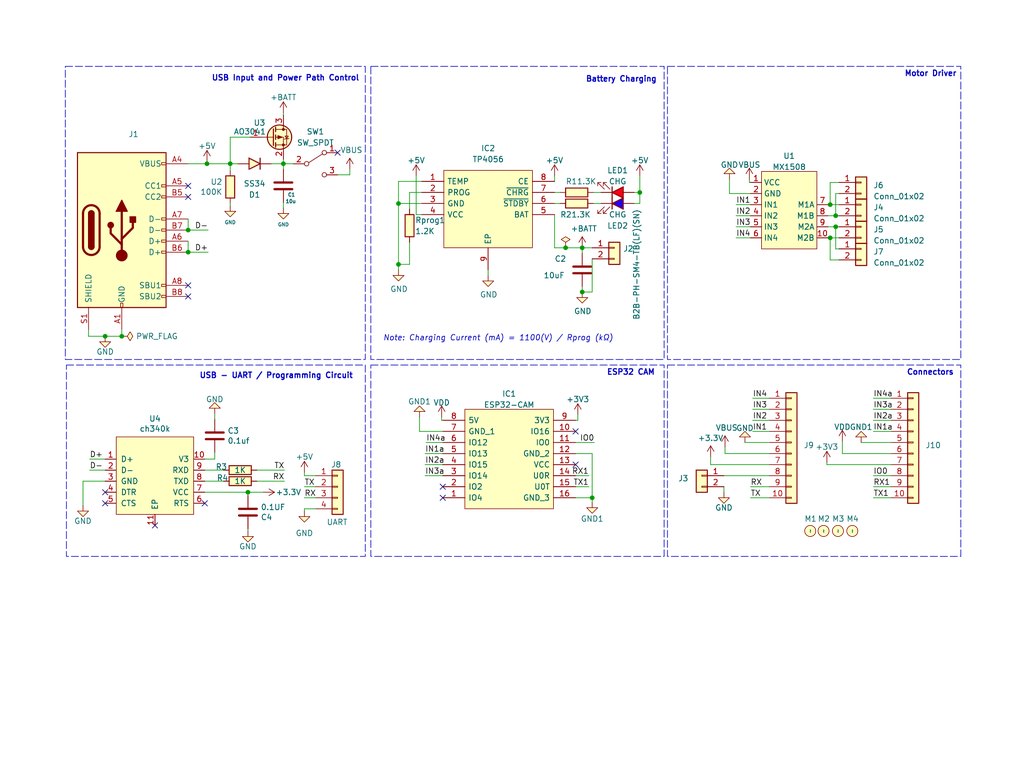
<source format=kicad_sch>
(kicad_sch (version 20231120) (generator "eeschema") (generator_version "8.0")
  (paper "User" 235 175)
  (title_block (title "FOV Rover") (company "Jobit Joseph") (comment 1 "Semicon Media Pvt Ltd"))
  (lib_symbols
    (symbol "Connector_Generic:Conn_01x02" (pin_names (offset 1.016) hide)
      (property "Reference" "J" (at 0 2.54 0))
      (property "Value" "Conn_01x02" (at 0 -5.08 0))
      (symbol "Conn_01x02_1_1"
        (pin passive line (at -5.08 0 0) (length 3.81) (name "Pin_1") (number "1"))
        (pin passive line (at -5.08 -2.54 0) (length 3.81) (name "Pin_2") (number "2"))
      )
    )
    (symbol "Connector_Generic:Conn_01x04" (pin_names (offset 1.016) hide)
      (property "Reference" "J" (at 0 5.08 0))
      (property "Value" "Conn_01x04" (at 0 -7.62 0))
      (symbol "Conn_01x04_1_1"
        (pin passive line (at -5.08 2.54 0) (length 3.81) (name "Pin_1") (number "1"))
        (pin passive line (at -5.08 0 0) (length 3.81) (name "Pin_2") (number "2"))
        (pin passive line (at -5.08 -2.54 0) (length 3.81) (name "Pin_3") (number "3"))
        (pin passive line (at -5.08 -5.08 0) (length 3.81) (name "Pin_4") (number "4"))
      )
    )
    (symbol "Connector_Generic:Conn_01x10" (pin_names (offset 1.016) hide)
      (property "Reference" "J" (at 0 12.7 0))
      (property "Value" "Conn_01x10" (at 0 -15.24 0))
      (symbol "Conn_01x10_1_1"
        (pin passive line (at -5.08 10.16 0) (length 3.81) (name "Pin_1") (number "1"))
        (pin passive line (at -5.08 -12.7 0) (length 3.81) (name "Pin_10") (number "10"))
        (pin passive line (at -5.08 7.62 0) (length 3.81) (name "Pin_2") (number "2"))
        (pin passive line (at -5.08 5.08 0) (length 3.81) (name "Pin_3") (number "3"))
        (pin passive line (at -5.08 2.54 0) (length 3.81) (name "Pin_4") (number "4"))
        (pin passive line (at -5.08 0 0) (length 3.81) (name "Pin_5") (number "5"))
        (pin passive line (at -5.08 -2.54 0) (length 3.81) (name "Pin_6") (number "6"))
        (pin passive line (at -5.08 -5.08 0) (length 3.81) (name "Pin_7") (number "7"))
        (pin passive line (at -5.08 -7.62 0) (length 3.81) (name "Pin_8") (number "8"))
        (pin passive line (at -5.08 -10.16 0) (length 3.81) (name "Pin_9") (number "9"))
      )
    )
    (symbol "Device:C" (pin_numbers hide) (pin_names (offset 0.254))
      (property "Reference" "C" (at 0.635 2.54 0))
      (property "Value" "C" (at 0.635 -2.54 0))
      (symbol "C_1_1"
        (pin passive line (at 0 3.81 270) (length 2.794) (name "~") (number "1"))
        (pin passive line (at 0 -3.81 90) (length 2.794) (name "~") (number "2"))
      )
    )
    (symbol "Device:LED" (pin_numbers hide) (pin_names (offset 1.016) hide)
      (property "Reference" "LED2" (at 0 -5.08 0))
      (property "Value" "CHG" (at 0 -2.54 0))
      (symbol "LED_1_1"
        (pin passive line (at -3.81 0 0) (length 2.54) (name "K") (number "1"))
        (pin passive line (at 3.81 0 180) (length 2.54) (name "A") (number "2"))
      )
    )
    (symbol "Device:R" (pin_numbers hide) (pin_names (offset 0))
      (property "Reference" "R2" (at -2.54 -3.81 90))
      (property "Value" "1.3K" (at -2.54 -1.27 90))
      (symbol "R_1_1"
        (pin passive line (at 0 3.81 270) (length 1.27) (name "~") (number "1"))
        (pin passive line (at 0 -3.81 90) (length 1.27) (name "~") (number "2"))
      )
    )
    (symbol "Diode:US1A" (pin_numbers hide) (pin_names (offset 1.016) hide)
      (property "Reference" "D1" (at 0 -7.112 0))
      (property "Value" "SS34" (at 0 -4.572 0))
      (symbol "US1A_1_1"
        (pin passive line (at -3.81 0 0) (length 2.54) (name "K") (number "1"))
        (pin passive line (at 3.81 0 180) (length 2.54) (name "A") (number "2"))
      )
    )
    (symbol "ESP32-CAM:ESP32-CAM" (pin_names (offset 0.762))
      (property "Reference" "IC1" (at 15.24 6.096 0))
      (property "Value" "ESP32-CAM" (at 15.24 3.556 0))
      (symbol "ESP32-CAM_0_0"
        (pin passive line (at 0 -17.78 0) (length 5.08) (name "IO4") (number "1"))
        (pin passive line (at 30.48 -2.54 180) (length 5.08) (name "IO16") (number "10"))
        (pin passive line (at 30.48 -5.08 180) (length 5.08) (name "IO0") (number "11"))
        (pin passive line (at 30.48 -7.62 180) (length 5.08) (name "GND_2") (number "12"))
        (pin passive line (at 30.48 -10.16 180) (length 5.08) (name "VCC") (number "13"))
        (pin passive line (at 30.48 -12.7 180) (length 5.08) (name "U0R") (number "14"))
        (pin passive line (at 30.48 -15.24 180) (length 5.08) (name "U0T") (number "15"))
        (pin passive line (at 30.48 -17.78 180) (length 5.08) (name "GND_3") (number "16"))
        (pin passive line (at 0 -15.24 0) (length 5.08) (name "IO2") (number "2"))
        (pin passive line (at 0 -12.7 0) (length 5.08) (name "IO14") (number "3"))
        (pin passive line (at 0 -10.16 0) (length 5.08) (name "IO15") (number "4"))
        (pin passive line (at 0 -7.62 0) (length 5.08) (name "IO13") (number "5"))
        (pin passive line (at 0 -5.08 0) (length 5.08) (name "IO12") (number "6"))
        (pin passive line (at 0 -2.54 0) (length 5.08) (name "GND_1") (number "7"))
        (pin passive line (at 0 0 0) (length 5.08) (name "5V") (number "8"))
        (pin passive line (at 30.48 0 180) (length 5.08) (name "3V3") (number "9"))
      )
    )
    (symbol "ESP32_TouchDown:DMG3415U-7" (pin_names (offset 0) hide)
      (property "Reference" "U3" (at -4.318 3.302 0))
      (property "Value" "AO3041" (at -8.89 1.27 0))
      (symbol "DMG3415U-7_1_1"
        (pin input line (at -5.08 0 0) (length 2.54) (name "G") (number "1"))
        (pin passive line (at 2.54 -5.08 90) (length 2.54) (name "S") (number "2"))
        (pin passive line (at 2.54 5.08 270) (length 2.54) (name "D") (number "3"))
      )
    )
    (symbol "GND1_1" (power) (pin_names (offset 0))
      (property "Value" "GND1" (at 0 -3.556 0))
      (symbol "GND1_1_1_1"
        (pin power_in line (at 0 0 270) (length 0) hide (name "GND1") (number "1"))
      )
    )
    (symbol "GND1_2" (power) (pin_names (offset 0))
      (property "Value" "GND1" (at 0 -3.81 0))
      (symbol "GND1_2_1_1"
        (pin power_in line (at 0 0 270) (length 0) hide (name "GND1") (number "1"))
      )
    )
    (symbol "GND_1" (power) (pin_names (offset 0))
      (property "Value" "GND" (at 0 -3.302 0))
      (symbol "GND_1_1_1"
        (pin power_in line (at 0 0 270) (length 0) hide (name "GND") (number "1"))
      )
    )
    (symbol "GND_10" (power) (pin_names (offset 0))
      (property "Value" "GND" (at 0.127 -4.3942 0))
      (symbol "GND_10_1_1"
        (pin power_in line (at 0 0 270) (length 0) hide (name "GND") (number "1"))
      )
    )
    (symbol "GND_11" (power) (pin_names (offset 0))
      (property "Value" "GND" (at 0 -3.81 0))
      (symbol "GND_11_1_1"
        (pin power_in line (at 0 0 270) (length 0) hide (name "GND") (number "1"))
      )
    )
    (symbol "GND_12" (power) (pin_names (offset 0))
      (property "Value" "GND" (at 0 -3.81 0))
      (symbol "GND_12_1_1"
        (pin power_in line (at 0 0 270) (length 0) hide (name "GND") (number "1"))
      )
    )
    (symbol "GND_2" (power) (pin_names (offset 0))
      (property "Value" "GND" (at 0 -3.556 0))
      (symbol "GND_2_1_1"
        (pin power_in line (at 0 0 270) (length 0) hide (name "GND") (number "1"))
      )
    )
    (symbol "GND_3" (power) (pin_names (offset 0))
      (property "Value" "GND" (at 0 -5.08 0))
      (symbol "GND_3_1_1"
        (pin power_in line (at 0 0 270) (length 0) hide (name "GND") (number "1"))
      )
    )
    (symbol "GND_4" (power) (pin_names (offset 0))
      (property "Value" "GND" (at 0.127 -3.2512 90))
      (symbol "GND_4_1_1"
        (pin power_in line (at 0 0 270) (length 0) hide (name "GND") (number "1"))
      )
    )
    (symbol "GND_5" (power) (pin_names (offset 0))
      (property "Value" "GND" (at 2.032 -3.556 0))
      (symbol "GND_5_1_1"
        (pin power_in line (at 0 0 270) (length 0) hide (name "GND") (number "1"))
      )
    )
    (symbol "GND_6" (power) (pin_names (offset 0))
      (property "Value" "GND" (at 0.127 -4.3942 0))
      (symbol "GND_6_1_1"
        (pin power_in line (at 0 0 270) (length 0) hide (name "GND") (number "1"))
      )
    )
    (symbol "GND_7" (power) (pin_names (offset 0))
      (property "Value" "GND" (at 0 -3.302 0))
      (symbol "GND_7_1_1"
        (pin power_in line (at 0 0 270) (length 0) hide (name "GND") (number "1"))
      )
    )
    (symbol "GND_8" (power) (pin_names (offset 0))
      (property "Value" "GND" (at 0.127 -4.3942 0))
      (symbol "GND_8_1_1"
        (pin power_in line (at 0 0 270) (length 0) hide (name "GND") (number "1"))
      )
    )
    (symbol "GND_9" (power) (pin_names (offset 0))
      (property "Value" "GND" (at 0.127 -4.3942 0))
      (symbol "GND_9_1_1"
        (pin power_in line (at 0 0 270) (length 0) hide (name "GND") (number "1"))
      )
    )
    (symbol "LED_1" (pin_numbers hide) (pin_names (offset 1.016) hide)
      (property "Reference" "LED1" (at 0 -5.08 0))
      (property "Value" "CHG" (at 0 -2.54 0))
      (symbol "LED_1_1_1"
        (pin passive line (at -3.81 0 0) (length 2.54) (name "K") (number "1"))
        (pin passive line (at 3.81 0 180) (length 2.54) (name "A") (number "2"))
      )
    )
    (symbol "MX1508_Module:MX1508"
      (property "Reference" "U1" (at 6.35 3.556 0))
      (property "Value" "MX1508" (at 6.35 1.016 0))
      (symbol "MX1508_1_1"
        (pin power_in line (at -2.54 -2.54 0) (length 2.54) (name "VCC") (number "1"))
        (pin output line (at 15.24 -15.24 180) (length 2.54) (name "M2B") (number "10"))
        (pin power_in line (at -2.54 -5.08 0) (length 2.54) (name "GND") (number "2"))
        (pin input line (at -2.54 -7.62 0) (length 2.54) (name "IN1") (number "3"))
        (pin input line (at -2.54 -10.16 0) (length 2.54) (name "IN2") (number "4"))
        (pin input line (at -2.54 -12.7 0) (length 2.54) (name "IN3") (number "5"))
        (pin input line (at -2.54 -15.24 0) (length 2.54) (name "IN4") (number "6"))
        (pin output line (at 15.24 -7.62 180) (length 2.54) (name "M1A") (number "7"))
        (pin output line (at 15.24 -10.16 180) (length 2.54) (name "M1B") (number "8"))
        (pin output line (at 15.24 -12.7 180) (length 2.54) (name "M2A") (number "9"))
      )
    )
    (symbol "N20:N20"
      (property "Reference" "M4" (at 2.794 -1.524 90))
      (property "Value" "~" (at 0 0 0))
    )
    (symbol "N20_1"
      (property "Reference" "M1" (at 2.794 -1.524 90))
      (property "Value" "~" (at 0 0 0))
    )
    (symbol "N20_2"
      (property "Reference" "M2" (at 2.794 -1.524 90))
      (property "Value" "~" (at 0 0 0))
    )
    (symbol "N20_3"
      (property "Reference" "M3" (at 2.794 -1.524 90))
      (property "Value" "~" (at 0 0 0))
    )
    (symbol "PWR_FLAG_1" (power) (pin_numbers hide) (pin_names (offset 0) hide)
      (property "Value" "PWR_FLAG" (at 0 5.08 0))
      (symbol "PWR_FLAG_1_0_0"
        (pin power_out line (at 0 0 90) (length 0) (name "pwr") (number "1"))
      )
    )
    (symbol "R_1" (pin_numbers hide) (pin_names (offset 0))
      (property "Reference" "U2" (at 1.778 1.1684 0))
      (property "Value" "100K" (at 1.778 -1.143 0))
      (symbol "R_1_1_1"
        (pin passive line (at 0 3.81 270) (length 1.27) (name "~") (number "1"))
        (pin passive line (at 0 -3.81 90) (length 1.27) (name "~") (number "2"))
      )
    )
    (symbol "R_2" (pin_numbers hide) (pin_names (offset 0))
      (property "Reference" "R3" (at -0.762 -4.318 90))
      (property "Value" "1K" (at 0 0 90))
      (symbol "R_2_1_1"
        (pin passive line (at 0 3.81 270) (length 1.27) (name "~") (number "1"))
        (pin passive line (at 0 -3.81 90) (length 1.27) (name "~") (number "2"))
      )
    )
    (symbol "R_3" (pin_numbers hide) (pin_names (offset 0))
      (property "Reference" "R4" (at -0.762 -4.064 90))
      (property "Value" "1K" (at 0 0 90))
      (symbol "R_3_1_1"
        (pin passive line (at 0 3.81 270) (length 1.27) (name "~") (number "1"))
        (pin passive line (at 0 -3.81 90) (length 1.27) (name "~") (number "2"))
      )
    )
    (symbol "R_4" (pin_numbers hide) (pin_names (offset 0))
      (property "Reference" "Rprog1" (at 1.27 1.27 0))
      (property "Value" "1.2K" (at 1.27 -1.27 0))
      (symbol "R_4_1_1"
        (pin passive line (at 0 3.81 270) (length 1.27) (name "~") (number "1"))
        (pin passive line (at 0 -3.81 90) (length 1.27) (name "~") (number "2"))
      )
    )
    (symbol "R_5" (pin_numbers hide) (pin_names (offset 0))
      (property "Reference" "R1" (at -2.54 -2.54 90))
      (property "Value" "1.3K" (at -2.54 0 90))
      (symbol "R_5_1_1"
        (pin passive line (at 0 3.81 270) (length 1.27) (name "~") (number "1"))
        (pin passive line (at 0 -3.81 90) (length 1.27) (name "~") (number "2"))
      )
    )
    (symbol "Slide_Switch:SW_SPDT_12mm_3A" (pin_names (offset 0) hide)
      (property "Reference" "SW" (at 0 4.318 0))
      (property "Value" "SW_SPDT" (at 0 -5.08 0))
      (symbol "SW_SPDT_12mm_3A_1_1"
        (pin passive line (at 5.08 2.54 180) (length 2.54) (name "A") (number "1"))
        (pin passive line (at -5.08 0 0) (length 2.54) (name "B") (number "2"))
        (pin passive line (at 5.08 -2.54 180) (length 2.54) (name "C") (number "3"))
      )
    )
    (symbol "TP4056-42-ESOP8:TP4056-42-ESOP8" (pin_names (offset 0.762))
      (property "Reference" "IC?" (at 15.24 7.62 0))
      (property "Value" "TP4056" (at 15.24 5.08 0))
      (symbol "TP4056-42-ESOP8_0_0"
        (pin passive line (at 0 0 0) (length 5.08) (name "TEMP") (number "1"))
        (pin passive line (at 0 -2.54 0) (length 5.08) (name "PROG") (number "2"))
        (pin passive line (at 0 -5.08 0) (length 5.08) (name "GND") (number "3"))
        (pin passive line (at 0 -7.62 0) (length 5.08) (name "VCC") (number "4"))
        (pin passive line (at 30.48 -7.62 180) (length 5.08) (name "BAT") (number "5"))
        (pin passive line (at 30.48 -5.08 180) (length 5.08) (name "~{STDBY}") (number "6"))
        (pin passive line (at 30.48 -2.54 180) (length 5.08) (name "~{CHRG}") (number "7"))
        (pin passive line (at 30.48 0 180) (length 5.08) (name "CE") (number "8"))
        (pin passive line (at 15.24 -20.32 90) (length 5.08) (name "EP") (number "9"))
      )
    )
    (symbol "downloader-rescue:USB_C_Receptacle_USB2.0-Connector" (pin_names (offset 1.016))
      (property "Reference" "J" (at -10.16 19.05 0))
      (property "Value" "USB_C_Receptacle_USB2.0-Connector" (at 19.05 19.05 0))
      (symbol "USB_C_Receptacle_USB2.0-Connector_1_1"
        (pin power_in line (at 0 -22.86 90) (length 5.08) (name "GND") (number "A1"))
        (pin passive line (at 0 -22.86 90) (length 5.08) hide (name "GND") (number "A12"))
        (pin power_in line (at 15.24 15.24 180) (length 5.08) (name "VBUS") (number "A4"))
        (pin bidirectional line (at 15.24 10.16 180) (length 5.08) (name "CC1") (number "A5"))
        (pin bidirectional line (at 15.24 -2.54 180) (length 5.08) (name "D+") (number "A6"))
        (pin bidirectional line (at 15.24 2.54 180) (length 5.08) (name "D-") (number "A7"))
        (pin bidirectional line (at 15.24 -12.7 180) (length 5.08) (name "SBU1") (number "A8"))
        (pin passive line (at 15.24 15.24 180) (length 5.08) hide (name "VBUS") (number "A9"))
        (pin passive line (at 0 -22.86 90) (length 5.08) hide (name "GND") (number "B1"))
        (pin passive line (at 0 -22.86 90) (length 5.08) hide (name "GND") (number "B12"))
        (pin passive line (at 15.24 15.24 180) (length 5.08) hide (name "VBUS") (number "B4"))
        (pin bidirectional line (at 15.24 7.62 180) (length 5.08) (name "CC2") (number "B5"))
        (pin bidirectional line (at 15.24 -5.08 180) (length 5.08) (name "D+") (number "B6"))
        (pin bidirectional line (at 15.24 0 180) (length 5.08) (name "D-") (number "B7"))
        (pin bidirectional line (at 15.24 -15.24 180) (length 5.08) (name "SBU2") (number "B8"))
        (pin passive line (at 15.24 15.24 180) (length 5.08) hide (name "VBUS") (number "B9"))
        (pin passive line (at -7.62 -22.86 90) (length 5.08) (name "SHIELD") (number "S1"))
      )
    )
    (symbol "downloader-rescue:ch340k-my" (pin_names (offset 1.016))
      (property "Reference" "U4" (at 0 13.081 0))
      (property "Value" "ch340k" (at 0 10.7696 0))
      (symbol "ch340k-my_1_1"
        (pin passive line (at -11.43 3.81 0) (length 2.54) (name "D+") (number "1"))
        (pin passive line (at 11.43 3.81 180) (length 2.54) (name "V3") (number "10"))
        (pin input line (at 0 -11.43 90) (length 2.54) (name "EP") (number "11"))
        (pin passive line (at -11.43 1.27 0) (length 2.54) (name "D-") (number "2"))
        (pin passive line (at -11.43 -1.27 0) (length 2.54) (name "GND") (number "3"))
        (pin passive line (at -11.43 -3.81 0) (length 2.54) (name "DTR") (number "4"))
        (pin passive line (at -11.43 -6.35 0) (length 2.54) (name "CTS") (number "5"))
        (pin passive line (at 11.43 -6.35 180) (length 2.54) (name "RTS") (number "6"))
        (pin passive line (at 11.43 -3.81 180) (length 2.54) (name "VCC") (number "7"))
        (pin passive line (at 11.43 -1.27 180) (length 2.54) (name "TXD") (number "8"))
        (pin passive line (at 11.43 1.27 180) (length 2.54) (name "RXD") (number "9"))
      )
    )
    (symbol "power:+3.3V" (power) (pin_names (offset 0))
      (property "Value" "+3.3V" (at 0 3.556 0))
      (symbol "+3.3V_1_1"
        (pin power_in line (at 0 0 90) (length 0) hide (name "+3.3V") (number "1"))
      )
    )
    (symbol "power:+3V3" (power) (pin_names (offset 0))
      (property "Value" "+3V3" (at 0 3.556 0))
      (symbol "+3V3_1_1"
        (pin power_in line (at 0 0 90) (length 0) hide (name "+3V3") (number "1"))
      )
    )
    (symbol "power:+5V" (power) (pin_names (offset 0))
      (property "Value" "+5V" (at 0 3.556 0))
      (symbol "+5V_1_1"
        (pin power_in line (at 0 0 90) (length 0) hide (name "+5V") (number "1"))
      )
    )
    (symbol "power:+BATT" (power) (pin_names (offset 0))
      (property "Value" "+BATT" (at 0 3.556 0))
      (symbol "+BATT_1_1"
        (pin power_in line (at 0 0 90) (length 0) hide (name "+BATT") (number "1"))
      )
    )
    (symbol "power:GND" (power) (pin_names (offset 0))
      (property "Value" "GND" (at 0 -3.556 0))
      (symbol "GND_1_1"
        (pin power_in line (at 0 0 270) (length 0) hide (name "GND") (number "1"))
      )
    )
    (symbol "power:GND1" (power) (pin_names (offset 0))
      (property "Value" "GND1" (at 0 -3.556 0))
      (symbol "GND1_1_1"
        (pin power_in line (at 0 0 270) (length 0) hide (name "GND1") (number "1"))
      )
    )
    (symbol "power:PWR_FLAG" (power) (pin_numbers hide) (pin_names (offset 0) hide)
      (property "Value" "PWR_FLAG" (at 0 3.2512 90))
      (symbol "PWR_FLAG_0_0"
        (pin power_out line (at 0 0 90) (length 0) (name "pwr") (number "1"))
      )
    )
    (symbol "power:VBUS" (power) (pin_names (offset 0))
      (property "Value" "VBUS" (at 0 3.81 0))
      (symbol "VBUS_1_1"
        (pin power_in line (at 0 0 90) (length 0) hide (name "VBUS") (number "1"))
      )
    )
    (symbol "power:VDD" (power) (pin_names (offset 0))
      (property "Value" "VDD" (at 0 3.81 0))
      (symbol "VDD_1_1"
        (pin power_in line (at 0 0 90) (length 0) hide (name "VDD") (number "1"))
      )
    )
  )
  (junction (at 43.18 57.912))
  (junction (at 56.896 113.03))
  (junction (at 91.44 46.736))
  (junction (at 190.5 46.99))
  (junction (at 65.024 37.592))
  (junction (at 47.498 37.592))
  (junction (at 146.812 44.196))
  (junction (at 191.77 49.53))
  (junction (at 133.604 67.056))
  (junction (at 135.89 114.3))
  (junction (at 190.5 54.61))
  (junction (at 133.604 56.896))
  (junction (at 24.13 77.216))
  (junction (at 91.44 60.706))
  (junction (at 52.832 37.592))
  (junction (at 27.94 77.216))
  (junction (at 129.794 56.896))
  (junction (at 191.77 52.07))
  (junction (at 43.18 52.832))
  (no_connect (at 101.6 111.76))
  (no_connect (at 43.18 45.212))
  (no_connect (at 24.13 115.57))
  (no_connect (at 35.56 120.65))
  (no_connect (at 46.99 115.57))
  (no_connect (at 132.08 99.06))
  (no_connect (at 43.18 65.532))
  (no_connect (at 24.13 113.03))
  (no_connect (at 43.18 42.672))
  (no_connect (at 132.08 106.68))
  (no_connect (at 43.18 68.072))
  (no_connect (at 101.6 114.3))
  (no_connect (at 77.47 35.052))
  (wire (pts (xy 112.014 63.246) (xy 112.014 61.976)))
  (wire (pts (xy 135.89 114.3) (xy 135.89 115.316)))
  (wire (pts (xy 69.85 108.458) (xy 69.85 109.22)))
  (wire (pts (xy 24.13 105.41) (xy 20.574 105.41)))
  (wire (pts (xy 145.542 46.736) (xy 146.812 46.736)))
  (wire (pts (xy 43.18 57.912) (xy 47.752 57.912)))
  (wire (pts (xy 168.91 54.61) (xy 172.212 54.61)))
  (wire (pts (xy 190.5 41.91) (xy 190.5 46.99)))
  (wire (pts (xy 24.13 110.49) (xy 19.05 110.49)))
  (wire (pts (xy 101.6 99.06) (xy 96.266 99.06)))
  (wire (pts (xy 49.276 103.886) (xy 49.276 105.41)))
  (wire (pts (xy 80.264 38.862) (xy 80.264 40.132)))
  (wire (pts (xy 65.024 25.908) (xy 65.024 26.416)))
  (wire (pts (xy 96.774 41.656) (xy 91.44 41.656)))
  (wire (pts (xy 172.72 91.44) (xy 176.53 91.44)))
  (wire (pts (xy 46.99 110.49) (xy 51.308 110.49)))
  (wire (pts (xy 127.254 49.276) (xy 127.254 56.896)))
  (wire (pts (xy 52.832 37.592) (xy 52.832 39.116)))
  (wire (pts (xy 166.116 113.03) (xy 166.116 111.76)))
  (wire (pts (xy 80.264 40.132) (xy 77.47 40.132)))
  (wire (pts (xy 190.5 54.61) (xy 192.532 54.61)))
  (wire (pts (xy 93.98 60.706) (xy 91.44 60.706)))
  (wire (pts (xy 101.346 95.758) (xy 101.346 96.52)))
  (wire (pts (xy 132.588 95.25) (xy 132.588 96.52)))
  (wire (pts (xy 56.896 113.03) (xy 60.452 113.03)))
  (wire (pts (xy 47.498 37.592) (xy 52.832 37.592)))
  (wire (pts (xy 166.37 104.14) (xy 176.53 104.14)))
  (wire (pts (xy 172.72 96.52) (xy 176.53 96.52)))
  (wire (pts (xy 58.928 107.95) (xy 65.278 107.95)))
  (wire (pts (xy 167.386 41.148) (xy 167.386 44.45)))
  (wire (pts (xy 172.212 114.3) (xy 176.53 114.3)))
  (wire (pts (xy 172.72 99.06) (xy 176.53 99.06)))
  (wire (pts (xy 97.536 104.14) (xy 101.6 104.14)))
  (wire (pts (xy 146.812 40.386) (xy 146.812 44.196)))
  (wire (pts (xy 96.774 49.276) (xy 95.504 49.276)))
  (wire (pts (xy 189.992 52.07) (xy 191.77 52.07)))
  (wire (pts (xy 91.44 60.706) (xy 91.44 61.976)))
  (wire (pts (xy 52.832 31.496) (xy 52.832 37.592)))
  (wire (pts (xy 135.89 67.056) (xy 133.604 67.056)))
  (wire (pts (xy 133.604 56.896) (xy 133.604 58.166)))
  (wire (pts (xy 136.144 46.736) (xy 137.922 46.736)))
  (wire (pts (xy 69.85 117.348) (xy 69.85 116.84)))
  (wire (pts (xy 135.128 109.22) (xy 132.08 109.22)))
  (wire (pts (xy 65.024 36.576) (xy 65.024 37.592)))
  (wire (pts (xy 46.99 107.95) (xy 51.308 107.95)))
  (wire (pts (xy 97.536 106.68) (xy 101.6 106.68)))
  (wire (pts (xy 136.144 44.196) (xy 137.922 44.196)))
  (wire (pts (xy 200.406 109.22) (xy 204.47 109.22)))
  (wire (pts (xy 20.32 75.692) (xy 20.32 77.216)))
  (wire (pts (xy 47.498 37.084) (xy 47.498 37.592)))
  (wire (pts (xy 57.404 31.496) (xy 52.832 31.496)))
  (wire (pts (xy 163.068 106.68) (xy 176.53 106.68)))
  (wire (pts (xy 189.738 106.172) (xy 189.738 106.68)))
  (wire (pts (xy 200.406 99.06) (xy 204.47 99.06)))
  (wire (pts (xy 97.79 101.6) (xy 101.6 101.6)))
  (wire (pts (xy 69.85 111.76) (xy 72.39 111.76)))
  (wire (pts (xy 91.44 46.736) (xy 91.44 60.706)))
  (wire (pts (xy 146.812 44.196) (xy 146.812 46.736)))
  (wire (pts (xy 97.536 109.22) (xy 101.6 109.22)))
  (wire (pts (xy 132.588 96.52) (xy 132.08 96.52)))
  (wire (pts (xy 56.896 113.03) (xy 56.896 113.792)))
  (wire (pts (xy 91.44 41.656) (xy 91.44 46.736)))
  (wire (pts (xy 135.89 104.14) (xy 135.89 114.3)))
  (wire (pts (xy 96.266 99.06) (xy 96.266 95.758)))
  (wire (pts (xy 27.94 75.692) (xy 27.94 77.216)))
  (wire (pts (xy 197.612 101.6) (xy 204.47 101.6)))
  (wire (pts (xy 192.532 46.99) (xy 190.5 46.99)))
  (wire (pts (xy 127.254 40.386) (xy 127.254 41.656)))
  (wire (pts (xy 192.532 57.15) (xy 191.77 57.15)))
  (wire (pts (xy 135.89 59.436) (xy 135.89 67.056)))
  (wire (pts (xy 176.53 109.22) (xy 166.116 109.22)))
  (wire (pts (xy 191.77 49.53) (xy 189.992 49.53)))
  (wire (pts (xy 43.18 55.372) (xy 43.18 57.912)))
  (wire (pts (xy 170.942 101.6) (xy 176.53 101.6)))
  (wire (pts (xy 133.604 67.056) (xy 133.604 65.786)))
  (wire (pts (xy 200.406 114.3) (xy 204.47 114.3)))
  (wire (pts (xy 191.77 57.15) (xy 191.77 52.07)))
  (wire (pts (xy 95.504 40.386) (xy 95.504 49.276)))
  (wire (pts (xy 132.08 101.6) (xy 136.398 101.6)))
  (wire (pts (xy 43.18 52.832) (xy 47.752 52.832)))
  (wire (pts (xy 200.406 96.52) (xy 204.47 96.52)))
  (wire (pts (xy 200.406 91.44) (xy 204.47 91.44)))
  (wire (pts (xy 46.99 113.03) (xy 56.896 113.03)))
  (wire (pts (xy 127.254 56.896) (xy 129.794 56.896)))
  (wire (pts (xy 24.13 107.95) (xy 20.574 107.95)))
  (wire (pts (xy 96.774 46.736) (xy 91.44 46.736)))
  (wire (pts (xy 192.532 49.53) (xy 191.77 49.53)))
  (wire (pts (xy 93.98 55.626) (xy 93.98 60.706)))
  (wire (pts (xy 46.99 105.41) (xy 49.276 105.41)))
  (wire (pts (xy 69.85 116.84) (xy 72.39 116.84)))
  (wire (pts (xy 163.068 104.902) (xy 163.068 106.68)))
  (wire (pts (xy 65.278 110.49) (xy 58.928 110.49)))
  (wire (pts (xy 190.5 59.69) (xy 190.5 54.61)))
  (wire (pts (xy 172.72 93.98) (xy 176.53 93.98)))
  (wire (pts (xy 171.958 41.148) (xy 171.958 41.91)))
  (wire (pts (xy 200.406 111.76) (xy 204.47 111.76)))
  (wire (pts (xy 101.346 96.52) (xy 101.6 96.52)))
  (wire (pts (xy 191.77 44.45) (xy 191.77 49.53)))
  (wire (pts (xy 171.958 41.91) (xy 172.212 41.91)))
  (wire (pts (xy 127.254 46.736) (xy 128.524 46.736)))
  (wire (pts (xy 65.024 37.592) (xy 65.024 38.862)))
  (wire (pts (xy 168.91 49.53) (xy 172.212 49.53)))
  (wire (pts (xy 69.85 109.22) (xy 72.39 109.22)))
  (wire (pts (xy 93.98 48.006) (xy 93.98 44.196)))
  (wire (pts (xy 192.532 59.69) (xy 190.5 59.69)))
  (wire (pts (xy 52.832 37.592) (xy 54.61 37.592)))
  (wire (pts (xy 43.18 50.292) (xy 43.18 52.832)))
  (wire (pts (xy 52.832 47.244) (xy 52.832 46.736)))
  (wire (pts (xy 20.32 77.216) (xy 24.13 77.216)))
  (wire (pts (xy 132.08 104.14) (xy 135.89 104.14)))
  (wire (pts (xy 200.406 93.98) (xy 204.47 93.98)))
  (wire (pts (xy 167.386 44.45) (xy 172.212 44.45)))
  (wire (pts (xy 192.532 41.91) (xy 190.5 41.91)))
  (wire (pts (xy 27.94 77.216) (xy 24.13 77.216)))
  (wire (pts (xy 69.85 114.3) (xy 72.39 114.3)))
  (wire (pts (xy 62.23 37.592) (xy 65.024 37.592)))
  (wire (pts (xy 19.05 110.49) (xy 19.05 116.078)))
  (wire (pts (xy 93.98 44.196) (xy 96.774 44.196)))
  (wire (pts (xy 65.024 46.482) (xy 65.024 47.752)))
  (wire (pts (xy 168.91 46.99) (xy 172.212 46.99)))
  (wire (pts (xy 192.532 44.45) (xy 191.77 44.45)))
  (wire (pts (xy 168.91 52.07) (xy 172.212 52.07)))
  (wire (pts (xy 145.542 44.196) (xy 146.812 44.196)))
  (wire (pts (xy 56.896 121.412) (xy 56.896 121.92)))
  (wire (pts (xy 135.128 111.76) (xy 132.08 111.76)))
  (wire (pts (xy 129.794 56.896) (xy 133.604 56.896)))
  (wire (pts (xy 189.738 106.68) (xy 204.47 106.68)))
  (wire (pts (xy 193.294 104.14) (xy 204.47 104.14)))
  (wire (pts (xy 189.992 54.61) (xy 190.5 54.61)))
  (wire (pts (xy 49.276 96.266) (xy 49.276 94.996)))
  (wire (pts (xy 172.212 111.76) (xy 176.53 111.76)))
  (wire (pts (xy 166.37 102.616) (xy 166.37 104.14)))
  (wire (pts (xy 133.604 56.896) (xy 135.89 56.896)))
  (wire (pts (xy 43.18 37.592) (xy 47.498 37.592)))
  (wire (pts (xy 65.024 37.592) (xy 67.31 37.592)))
  (wire (pts (xy 132.08 114.3) (xy 135.89 114.3)))
  (wire (pts (xy 192.532 52.07) (xy 191.77 52.07)))
  (wire (pts (xy 190.5 46.99) (xy 189.992 46.99)))
  (wire (pts (xy 193.294 101.346) (xy 193.294 104.14)))
  (wire (pts (xy 127.254 44.196) (xy 128.524 44.196)))
  (rectangle (start 153.162 83.82) (end 220.472 127.762) (stroke (width 0) (type dash)))
  (rectangle (start 14.986 15.24) (end 83.82 82.55) (stroke (width 0) (type dash)))
  (rectangle (start 153.162 15.24) (end 220.472 82.55) (stroke (width 0) (type dash)))
  (rectangle (start 15.24 83.82) (end 83.82 127.762) (stroke (width 0) (type dash)))
  (rectangle (start 85.09 15.24) (end 152.4 82.55) (stroke (width 0) (type dash)))
  (rectangle (start 85.09 83.82) (end 152.4 127.762) (stroke (width 0) (type dash)))
  (text "ESP32 CAM" (at 139.192 86.36 0) (effects (font (size 1.27 1.27) (thickness 0.254) (bold yes)) (justify left bottom)))
  (text "Motor Driver" (at 207.518 17.78 0) (effects (font (size 1.27 1.27) (thickness 0.254) (bold yes)) (justify left bottom)))
  (text "Connectors" (at 208.026 86.36 0) (effects (font (size 1.27 1.27) (thickness 0.254) (bold yes)) (justify left bottom)))
  (text "USB Input and Power Path Control" (at 48.514 18.796 0) (effects (font (size 1.27 1.27) (thickness 0.254) (bold yes)) (justify left bottom)))
  (text "Battery Charging" (at 134.366 19.05 0) (effects (font (size 1.27 1.27) (thickness 0.254) (bold yes)) (justify left bottom)))
  (text "Note: Charging Current (mA) = 1100(V) / Rprog (kΩ)" (at 87.884 78.486 0) (effects (font (size 1.27 1.27) (italic yes)) (justify left bottom)))
  (text "USB - UART / Programming Circuit" (at 45.72 87.122 0) (effects (font (size 1.27 1.27) (thickness 0.254) (bold yes)) (justify left bottom)))
  (label "IN4" (at 172.72 91.44 0))
  (label "TX1" (at 135.128 111.76 180))
  (label "D-" (at 44.704 52.832 0))
  (label "IN2" (at 168.91 49.53 0))
  (label "IN4a" (at 97.79 101.6 0))
  (label "IN2a" (at 200.406 96.52 0))
  (label "IO0" (at 200.406 109.22 0))
  (label "IN3a" (at 97.536 109.22 0))
  (label "IN1" (at 168.91 46.99 0))
  (label "TX" (at 65.278 107.95 180))
  (label "IN3" (at 172.72 93.98 0))
  (label "RX" (at 69.85 114.3 0))
  (label "RX1" (at 200.406 111.76 0))
  (label "RX" (at 65.278 110.49 180))
  (label "IN3a" (at 200.406 93.98 0))
  (label "IO0" (at 136.398 101.6 180))
  (label "TX" (at 69.85 111.76 0))
  (label "IN2" (at 172.72 96.52 0))
  (label "IN1" (at 172.72 99.06 0))
  (label "IN1a" (at 200.406 99.06 0))
  (label "RX" (at 172.212 111.76 0))
  (label "D+" (at 44.704 57.912 0))
  (label "IN3" (at 168.91 52.07 0))
  (label "RX1" (at 135.128 109.22 180))
  (label "D-" (at 20.574 107.95 0))
  (label "IN4" (at 168.91 54.61 0))
  (label "TX1" (at 200.406 114.3 0))
  (label "IN2a" (at 97.536 106.68 0))
  (label "IN4a" (at 200.406 91.44 0))
  (label "TX" (at 172.212 114.3 0))
  (label "IN1a" (at 97.536 104.14 0))
  (label "D+" (at 20.574 105.41 0))
  (symbol (lib_name "R_3") (lib_id "Device:R") (at 55.118 110.49 270) (unit 1)
    (property "Reference" "R4" (at 51.054 109.728 90))
    (property "Value" "1K" (at 55.118 110.49 90))
    (property "Footprint" "Resistor_SMD:R_0603_1608Metric" (effects (hide yes)))
  )
  (symbol (lib_id "power:+5V") (at 69.85 108.458 0) (unit 1)
    (property "Reference" "#PWR024" (effects (hide yes)))
    (property "Value" "+5V" (at 69.85 104.902 0))
  )
  (symbol (lib_id "power:VDD") (at 193.294 101.346 0) (unit 1)
    (property "Reference" "#PWR031" (effects (hide yes)))
    (property "Value" "VDD" (at 193.294 98.044 0))
  )
  (symbol (lib_name "N20_2") (lib_id "N20:N20") (at 188.976 121.92 90) (unit 1)
    (property "Reference" "M2" (at 190.5 119.126 90) (effects (justify left)))
    (property "Value" "~" (at 188.976 121.92 0))
    (property "Footprint" "N20:N20" (effects (hide yes)))
  )
  (symbol (lib_id "Device:C") (at 65.024 42.672 0) (unit 1)
    (property "Reference" "C1" (at 66.04 44.704 0) (effects (font (size 0.8 0.8)) (justify left)))
    (property "Value" "10u" (at 65.532 46.228 0) (effects (font (size 0.8 0.8)) (justify left)))
    (property "Footprint" "Capacitor_SMD:C_0603_1608Metric" (effects (hide yes)))
  )
  (symbol (lib_id "power:+3V3") (at 132.588 95.25 0) (unit 1)
    (property "Reference" "#PWR020" (effects (hide yes)))
    (property "Value" "+3V3" (at 132.588 91.694 0))
  )
  (symbol (lib_id "downloader-rescue:USB_C_Receptacle_USB2.0-Connector") (at 27.94 52.832 0) (unit 1)
    (property "Reference" "J1" (at 30.6578 30.8102 0))
    (property "Value" "USB_C_Receptacle_USB2.0" (effects (hide yes)))
    (property "Footprint" "Connector_USB:USB_C_Receptacle_HRO_TYPE-C-31-M-12" (effects (hide yes)))
    (property "Datasheet" "https://www.usb.org/sites/default/files/documents/usb_type-c.zip" (effects (hide yes)))
  )
  (symbol (lib_id "power:VBUS") (at 171.958 41.148 0) (unit 1)
    (property "Reference" "#PWR021" (effects (hide yes)))
    (property "Value" "VBUS" (at 171.958 37.846 0))
  )
  (symbol (lib_name "GND_1") (lib_id "power:GND") (at 167.386 41.148 180) (unit 1)
    (property "Reference" "#PWR022" (effects (hide yes)))
    (property "Value" "GND" (at 167.386 37.846 0))
  )
  (symbol (lib_id "Connector_Generic:Conn_01x04") (at 77.47 111.76 0) (unit 1)
    (property "Reference" "J8" (at 75.946 106.68 0) (effects (justify left)))
    (property "Value" "UART" (at 74.93 119.888 0) (effects (justify left)))
    (property "Footprint" "Connector_PinHeader_2.54mm:PinHeader_1x04_P2.54mm_Vertical" (effects (hide yes)))
  )
  (symbol (lib_id "Device:C") (at 49.276 100.076 0) (unit 1)
    (property "Reference" "C3" (at 52.197 98.9076 0) (effects (justify left)))
    (property "Value" "0.1uf" (at 52.197 101.219 0) (effects (justify left)))
    (property "Footprint" "Capacitor_SMD:C_0603_1608Metric" (effects (hide yes)))
  )
  (symbol (lib_name "R_5") (lib_id "Device:R") (at 132.334 44.196 270) (unit 1)
    (property "Reference" "R1" (at 129.794 41.656 90) (effects (justify left)))
    (property "Value" "1.3K" (at 132.334 41.656 90) (effects (justify left)))
    (property "Footprint" "Resistor_SMD:R_0603_1608Metric" (effects (hide yes)))
  )
  (symbol (lib_id "power:+5V") (at 95.504 40.386 0) (unit 1)
    (property "Reference" "#PWR08" (effects (hide yes)))
    (property "Value" "+5V" (at 95.504 36.83 0))
  )
  (symbol (lib_id "power:+BATT") (at 133.604 56.896 0) (unit 1)
    (property "Reference" "#PWR011" (effects (hide yes)))
    (property "Value" "+BATT" (at 133.985 52.5018 0))
  )
  (symbol (lib_id "Connector_Generic:Conn_01x10") (at 209.55 101.6 0) (unit 1)
    (property "Reference" "J10" (at 212.344 102.235 0) (effects (justify left)))
    (property "Value" "Conn_01x10" (effects (hide yes)))
    (property "Footprint" "Connector_PinHeader_2.54mm:PinHeader_1x10_P2.54mm_Vertical" (effects (hide yes)))
  )
  (symbol (lib_id "Device:C") (at 133.604 61.976 0) (unit 1)
    (property "Reference" "C2" (at 127.254 59.436 0) (effects (justify left)))
    (property "Value" "10uF" (at 124.714 63.246 0) (effects (justify left)))
    (property "Footprint" "Capacitor_SMD:C_0603_1608Metric" (effects (hide yes)))
  )
  (symbol (lib_name "GND_12") (lib_id "power:GND") (at 52.832 47.244 0) (unit 1)
    (property "Reference" "#PWR03" (effects (hide yes)))
    (property "Value" "GND" (at 52.832 51.054 0) (effects (font (size 0.8 0.8))))
  )
  (symbol (lib_name "R_2") (lib_id "Device:R") (at 55.118 107.95 270) (unit 1)
    (property "Reference" "R3" (at 50.8 107.188 90))
    (property "Value" "1K" (at 55.118 107.95 90))
    (property "Footprint" "Resistor_SMD:R_0603_1608Metric" (effects (hide yes)))
  )
  (symbol (lib_id "TP4056-42-ESOP8:TP4056-42-ESOP8") (at 96.774 41.656 0) (unit 1)
    (property "Reference" "IC2" (at 112.014 34.036 0))
    (property "Value" "TP4056" (at 112.014 36.576 0))
    (property "Footprint" "tp4056:SOIC127P600X175-9N" (effects (hide yes)))
    (property "Datasheet" "https://datasheet.lcsc.com/szlcsc/1906261508_Nanjing-Extension-Microelectronics-TP4056-42-ESOP8_C16581.pdf" (effects (hide yes)))
    (property "Description" "PMIC - Battery Management ESOP-8 RoHS" (effects (hide yes)))
    (property "Height" "1.75" (effects (hide yes)))
    (property "Manufacturer_Name" "Nanjing Extension Microelectronics" (effects (hide yes)))
    (property "Manufacturer_Part_Number" "TP4056-42-ESOP8" (effects (hide yes)))
  )
  (symbol (lib_id "power:PWR_FLAG") (at 27.94 77.216 270) (unit 1)
    (property "Reference" "#FLG01" (effects (hide yes)))
    (property "Value" "PWR_FLAG" (at 31.1912 77.216 90) (effects (justify left)))
  )
  (symbol (lib_name "GND_10") (lib_id "power:GND") (at 91.44 61.976 0) (unit 1)
    (property "Reference" "#PWR07" (effects (hide yes)))
    (property "Value" "GND" (at 91.567 66.3702 0))
  )
  (symbol (lib_name "GND_8") (lib_id "power:GND") (at 133.604 67.056 0) (unit 1)
    (property "Reference" "#PWR012" (effects (hide yes)))
    (property "Value" "GND" (at 133.731 71.4502 0))
  )
  (symbol (lib_id "power:VBUS") (at 166.37 102.616 0) (unit 1)
    (property "Reference" "#PWR027" (effects (hide yes)))
    (property "Value" "VBUS" (at 166.751 98.2218 0))
  )
  (symbol (lib_id "power:+3.3V") (at 60.452 113.03 270) (unit 1)
    (property "Reference" "#PWR016" (effects (hide yes)))
    (property "Value" "+3.3V" (at 63.246 113.03 90) (effects (justify left)))
  )
  (symbol (lib_id "Connector_Generic:Conn_01x02") (at 197.612 57.15 0) (unit 1)
    (property "Reference" "J7" (at 200.406 57.785 0) (effects (justify left)))
    (property "Value" "Conn_01x02" (at 200.406 60.325 0) (effects (justify left)))
    (property "Footprint" "Connector_JST:JST_PH_B2B-PH-K_1x02_P2.00mm_Vertical" (effects (hide yes)))
  )
  (symbol (lib_id "Device:LED") (at 141.732 46.736 0) (unit 1)
    (property "Reference" "LED2" (at 141.732 51.816 0))
    (property "Value" "CHG" (at 141.732 49.276 0))
    (property "Footprint" "LED_SMD:LED_0603_1608Metric" (effects (hide yes)))
  )
  (symbol (lib_id "power:+3V3") (at 189.738 106.172 0) (unit 1)
    (property "Reference" "#PWR032" (effects (hide yes)))
    (property "Value" "+3V3" (at 189.738 102.616 0))
  )
  (symbol (lib_id "Connector_Generic:Conn_01x02") (at 197.612 41.91 0) (unit 1)
    (property "Reference" "J6" (at 200.406 42.545 0) (effects (justify left)))
    (property "Value" "Conn_01x02" (at 200.406 45.085 0) (effects (justify left)))
    (property "Footprint" "Connector_JST:JST_PH_B2B-PH-K_1x02_P2.00mm_Vertical" (effects (hide yes)))
  )
  (symbol (lib_id "ESP32_TouchDown:DMG3415U-7") (at 62.484 31.496 0) (unit 1)
    (property "Reference" "U3" (at 58.166 28.194 0) (effects (justify left)))
    (property "Value" "AO3041" (at 53.594 30.226 0) (effects (justify left)))
    (property "Footprint" "Package_TO_SOT_SMD:SOT-23" (effects (hide yes)))
  )
  (symbol (lib_name "GND1_1") (lib_id "power:GND1") (at 96.266 95.758 180) (unit 1)
    (property "Reference" "#PWR019" (effects (hide yes)))
    (property "Value" "GND1" (at 96.266 92.202 0))
  )
  (symbol (lib_name "GND_11") (lib_id "power:GND") (at 65.024 47.752 0) (unit 1)
    (property "Reference" "#PWR05" (effects (hide yes)))
    (property "Value" "GND" (at 65.024 51.562 0) (effects (font (size 0.8 0.8))))
  )
  (symbol (lib_id "power:+3.3V") (at 163.068 104.902 0) (unit 1)
    (property "Reference" "#PWR028" (effects (hide yes)))
    (property "Value" "+3.3V" (at 163.068 100.584 0))
  )
  (symbol (lib_name "GND_2") (lib_id "power:GND") (at 166.116 113.03 0) (unit 1)
    (property "Reference" "#PWR029" (effects (hide yes)))
    (property "Value" "GND" (at 166.116 116.586 0))
  )
  (symbol (lib_id "power:+BATT") (at 65.024 25.908 0) (unit 1)
    (property "Reference" "#PWR04" (effects (hide yes)))
    (property "Value" "+BATT" (at 65.024 22.352 0))
  )
  (symbol (lib_id "Connector_Generic:Conn_01x02") (at 140.97 56.896 0) (unit 1)
    (property "Reference" "J2" (at 143.002 57.0992 0) (effects (justify left)))
    (property "Value" " B2B-PH-SM4-TB(LF)(SN) " (at 146.05 74.422 90) (effects (justify left)))
    (property "Footprint" "Connector_JST:JST_PH_B2B-PH-K_1x02_P2.00mm_Vertical" (effects (hide yes)))
  )
  (symbol (lib_id "power:+5V") (at 47.498 37.084 0) (unit 1)
    (property "Reference" "#PWR02" (effects (hide yes)))
    (property "Value" "+5V" (at 47.498 33.528 0))
  )
  (symbol (lib_name "GND_3") (lib_id "power:GND") (at 69.85 117.348 0) (unit 1)
    (property "Reference" "#PWR025" (effects (hide yes)))
    (property "Value" "GND" (at 69.85 122.428 0))
  )
  (symbol (lib_id "power:+5V") (at 146.812 40.386 0) (unit 1)
    (property "Reference" "#PWR013" (effects (hide yes)))
    (property "Value" "+5V" (at 146.812 36.83 0))
  )
  (symbol (lib_name "GND1_2") (lib_id "power:GND1") (at 135.89 115.316 0) (unit 1)
    (property "Reference" "#PWR018" (effects (hide yes)))
    (property "Value" "GND1" (at 135.89 119.126 0))
  )
  (symbol (lib_name "LED_1") (lib_id "Device:LED") (at 141.732 44.196 0) (mirror x) (unit 1)
    (property "Reference" "LED1" (at 141.732 39.116 0))
    (property "Value" "CHG" (at 141.732 41.656 0))
    (property "Footprint" "LED_SMD:LED_0603_1608Metric" (effects (hide yes)))
  )
  (symbol (lib_id "power:GND1") (at 197.612 101.6 180) (unit 1)
    (property "Reference" "#PWR023" (effects (hide yes)))
    (property "Value" "GND1" (at 197.612 98.044 0))
  )
  (symbol (lib_id "ESP32-CAM:ESP32-CAM") (at 101.6 96.52 0) (unit 1)
    (property "Reference" "IC1" (at 116.84 90.424 0))
    (property "Value" "ESP32-CAM" (at 116.84 92.964 0))
    (property "Footprint" "ESP32-CAM:ESP32CAM" (effects (hide yes)))
    (property "Datasheet" "https://datasheet.lcsc.com/szlcsc/Ai-Thinker-ESP32-CAM_C277946.pdf" (effects (hide yes)))
    (property "Description" "Modules PCBA Module RoHS" (effects (hide yes)))
    (property "Height" "5" (effects (hide yes)))
    (property "Manufacturer_Name" "Ai-Thinker" (effects (hide yes)))
    (property "Manufacturer_Part_Number" "ESP32-CAM" (effects (hide yes)))
  )
  (symbol (lib_id "Connector_Generic:Conn_01x02") (at 161.036 109.22 0) (mirror y) (unit 1)
    (property "Reference" "J3" (at 157.988 109.855 0) (effects (justify left)))
    (property "Value" "Conn_01x02" (effects (hide yes)))
    (property "Footprint" "Connector_PinHeader_2.54mm:PinHeader_1x02_P2.54mm_Vertical" (effects (hide yes)))
  )
  (symbol (lib_name "GND_4") (lib_id "power:GND") (at 19.05 116.078 0) (unit 1)
    (property "Reference" "#PWR014" (effects (hide yes)))
    (property "Value" "GND" (at 21.082 119.634 0) (effects (justify right)))
  )
  (symbol (lib_id "power:VBUS") (at 80.264 38.862 0) (unit 1)
    (property "Reference" "#PWR06" (effects (hide yes)))
    (property "Value" "VBUS" (at 80.645 34.4678 0))
  )
  (symbol (lib_id "Device:C") (at 56.896 117.602 0) (mirror x) (unit 1)
    (property "Reference" "C4" (at 59.817 118.7704 0) (effects (justify left)))
    (property "Value" "0.1UF" (at 59.817 116.459 0) (effects (justify left)))
    (property "Footprint" "Capacitor_SMD:C_0603_1608Metric" (effects (hide yes)))
  )
  (symbol (lib_name "PWR_FLAG_1") (lib_id "power:PWR_FLAG") (at 129.794 56.896 0) (unit 1)
    (property "Reference" "#FLG02" (effects (hide yes)))
    (property "Value" "PWR_FLAG" (effects (hide yes)))
  )
  (symbol (lib_id "Diode:US1A") (at 58.42 37.592 0) (mirror y) (unit 1)
    (property "Reference" "D1" (at 58.42 44.704 0))
    (property "Value" "SS34" (at 58.42 42.164 0))
    (property "Footprint" "Diode_SMD:D_SMA" (effects (hide yes)))
    (property "Datasheet" "https://www.diodes.com/assets/Datasheets/ds16008.pdf" (effects (hide yes)))
  )
  (symbol (lib_name "N20_3") (lib_id "N20:N20") (at 192.278 121.92 90) (unit 1)
    (property "Reference" "M3" (at 193.802 119.126 90) (effects (justify left)))
    (property "Value" "~" (at 192.278 121.92 0))
    (property "Footprint" "N20:N20" (effects (hide yes)))
  )
  (symbol (lib_id "N20:N20") (at 195.58 121.92 90) (unit 1)
    (property "Reference" "M4" (at 197.104 119.126 90) (effects (justify left)))
    (property "Value" "~" (at 195.58 121.92 0))
    (property "Footprint" "N20:N20" (effects (hide yes)))
  )
  (symbol (lib_id "Slide_Switch:SW_SPDT_12mm_3A") (at 72.39 37.592 0) (unit 1)
    (property "Reference" "SW1" (at 72.39 30.226 0))
    (property "Value" "SW_SPDT" (at 72.39 32.766 0))
    (property "Footprint" "Slide switch:SlideSwitch12mm3A" (effects (hide yes)))
  )
  (symbol (lib_id "Device:R") (at 132.334 46.736 270) (mirror x) (unit 1)
    (property "Reference" "R2" (at 128.524 49.276 90) (effects (justify left)))
    (property "Value" "1.3K" (at 131.064 49.276 90) (effects (justify left)))
    (property "Footprint" "Resistor_SMD:R_0603_1608Metric" (effects (hide yes)))
  )
  (symbol (lib_name "R_1") (lib_id "Device:R") (at 52.832 42.926 0) (mirror y) (unit 1)
    (property "Reference" "U2" (at 51.054 41.7576 0) (effects (justify left)))
    (property "Value" "100K" (at 51.054 44.069 0) (effects (justify left)))
    (property "Footprint" "Resistor_SMD:R_0603_1608Metric" (effects (hide yes)))
  )
  (symbol (lib_name "GND_5") (lib_id "power:GND") (at 56.896 121.92 0) (unit 1)
    (property "Reference" "#PWR017" (effects (hide yes)))
    (property "Value" "GND" (at 58.928 125.476 0) (effects (justify right)))
  )
  (symbol (lib_id "power:VDD") (at 101.346 95.758 0) (unit 1)
    (property "Reference" "#PWR030" (effects (hide yes)))
    (property "Value" "VDD" (at 101.346 92.456 0))
  )
  (symbol (lib_name "N20_1") (lib_id "N20:N20") (at 185.928 121.92 90) (unit 1)
    (property "Reference" "M1" (at 187.452 119.126 90) (effects (justify left)))
    (property "Value" "~" (at 185.928 121.92 0))
    (property "Footprint" "N20:N20" (effects (hide yes)))
  )
  (symbol (lib_id "Connector_Generic:Conn_01x02") (at 197.612 46.99 0) (unit 1)
    (property "Reference" "J4" (at 200.406 47.625 0) (effects (justify left)))
    (property "Value" "Conn_01x02" (at 200.406 50.165 0) (effects (justify left)))
    (property "Footprint" "Connector_JST:JST_PH_B2B-PH-K_1x02_P2.00mm_Vertical" (effects (hide yes)))
  )
  (symbol (lib_id "downloader-rescue:ch340k-my") (at 35.56 109.22 0) (unit 1)
    (property "Reference" "U4" (at 35.56 96.139 0))
    (property "Value" "ch340k" (at 35.56 98.4504 0))
    (property "Footprint" "ch340k:ESSOP-10_3.9x4.9mm_P1.00mm" (effects (hide yes)))
  )
  (symbol (lib_id "Connector_Generic:Conn_01x02") (at 197.612 52.07 0) (unit 1)
    (property "Reference" "J5" (at 200.406 52.705 0) (effects (justify left)))
    (property "Value" "Conn_01x02" (at 200.406 55.245 0) (effects (justify left)))
    (property "Footprint" "Connector_JST:JST_PH_B2B-PH-K_1x02_P2.00mm_Vertical" (effects (hide yes)))
  )
  (symbol (lib_name "GND_7") (lib_id "power:GND") (at 170.942 101.6 180) (unit 1)
    (property "Reference" "#PWR026" (effects (hide yes)))
    (property "Value" "GND" (at 170.942 98.298 0))
  )
  (symbol (lib_id "power:GND") (at 24.13 77.216 0) (unit 1)
    (property "Reference" "#PWR01" (effects (hide yes)))
    (property "Value" "GND" (at 24.13 80.772 0))
  )
  (symbol (lib_id "power:+5V") (at 127.254 40.386 0) (unit 1)
    (property "Reference" "#PWR010" (effects (hide yes)))
    (property "Value" "+5V" (at 127.254 36.83 0))
  )
  (symbol (lib_name "GND_6") (lib_id "power:GND") (at 49.276 94.996 180) (unit 1)
    (property "Reference" "#PWR015" (effects (hide yes)))
    (property "Value" "GND" (at 49.276 91.694 0))
  )
  (symbol (lib_name "GND_9") (lib_id "power:GND") (at 112.014 63.246 0) (unit 1)
    (property "Reference" "#PWR09" (effects (hide yes)))
    (property "Value" "GND" (at 112.141 67.6402 0))
  )
  (symbol (lib_id "Connector_Generic:Conn_01x10") (at 181.61 101.6 0) (unit 1)
    (property "Reference" "J9" (at 184.404 102.235 0) (effects (justify left)))
    (property "Value" "Conn_01x10" (effects (hide yes)))
    (property "Footprint" "Connector_PinHeader_2.54mm:PinHeader_1x10_P2.54mm_Vertical" (effects (hide yes)))
  )
  (symbol (lib_id "MX1508_Module:MX1508") (at 174.752 39.37 0) (unit 1)
    (property "Reference" "U1" (at 181.102 35.814 0))
    (property "Value" "MX1508" (at 181.102 38.354 0))
    (property "Footprint" "mx1508:MX1508 Module" (effects (hide yes)))
  )
  (symbol (lib_name "R_4") (lib_id "Device:R") (at 93.98 51.816 0) (unit 1)
    (property "Reference" "Rprog1" (at 95.25 50.546 0) (effects (justify left)))
    (property "Value" "1.2K" (at 95.25 53.086 0) (effects (justify left)))
    (property "Footprint" "Resistor_SMD:R_0603_1608Metric" (effects (hide yes)))
  )
)
</source>
